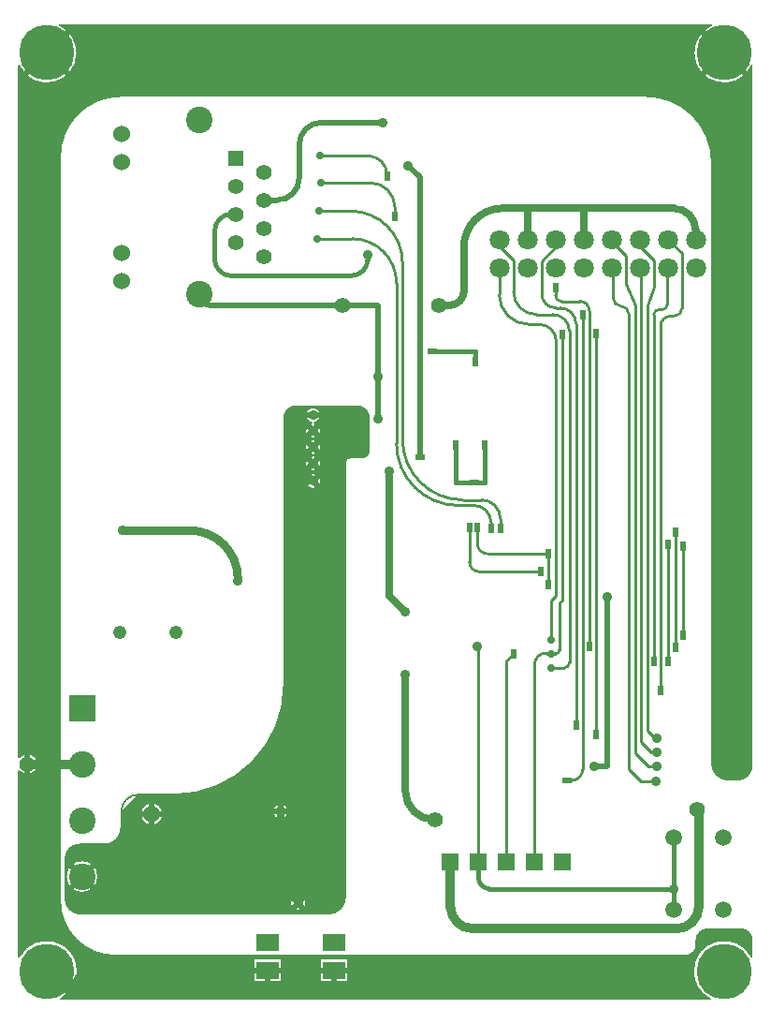
<source format=gbr>
G04 DesignSpark PCB Gerber Version 9.0 Build 5138 *
G04 #@! TF.Part,Single*
G04 #@! TF.FileFunction,Copper,L2,Bot *
G04 #@! TF.FilePolarity,Positive *
%FSLAX35Y35*%
%MOIN*%
G04 #@! TA.AperFunction,ViaPad*
%ADD28R,0.01890X0.03504*%
%ADD25R,0.02047X0.03504*%
G04 #@! TA.AperFunction,ComponentPad*
%ADD96R,0.05512X0.05512*%
%ADD103R,0.06000X0.06000*%
%ADD81R,0.09449X0.09449*%
G04 #@! TD.AperFunction*
%ADD10C,0.00500*%
%ADD16C,0.01000*%
%ADD23C,0.01500*%
%ADD17C,0.01969*%
%ADD21C,0.02126*%
%ADD22C,0.02500*%
G04 #@! TA.AperFunction,ViaPad*
%ADD29C,0.02795*%
G04 #@! TD.AperFunction*
%ADD70C,0.03150*%
%ADD71C,0.03346*%
G04 #@! TA.AperFunction,ViaPad*
%ADD20C,0.03543*%
G04 #@! TA.AperFunction,ComponentPad*
%ADD104C,0.04791*%
%ADD97C,0.05512*%
G04 #@! TA.AperFunction,ViaPad*
%ADD24C,0.05591*%
%ADD26R,0.03504X0.02047*%
G04 #@! TA.AperFunction,ComponentPad*
%ADD89C,0.05906*%
G04 #@! TA.AperFunction,WasherPad*
%ADD72C,0.06000*%
G04 #@! TA.AperFunction,ComponentPad*
%ADD98C,0.06024*%
%ADD88C,0.07087*%
%ADD82C,0.09449*%
G04 #@! TA.AperFunction,ViaPad*
%ADD27C,0.19685*%
G04 #@! TA.AperFunction,ComponentPad*
%ADD105R,0.08000X0.06000*%
X0Y0D02*
D02*
D10*
X4620Y84106D02*
Y17964D01*
G75*
G02X25555Y12848I9843J-5115*
G01*
G75*
G02X19578Y3006I-11093*
G01*
X250686*
G75*
G02X244709Y12848I5115J9843*
G01*
G75*
G02X265644Y17964I11093*
G01*
Y23872*
G75*
G03X261707Y27809I-3937*
G01*
X249896*
G75*
G03X245959Y23872J-3937*
G01*
Y22297*
G75*
G02X242022Y18360I-3937*
G01*
X38872*
G75*
G02X19187Y38045J19685*
G01*
Y302612*
G75*
G02X40841Y324266I21654*
G01*
X227848*
G75*
G02X251470Y300644J-23622*
G01*
Y86864*
G75*
G03X257376Y80959I5906*
G01*
X260526*
G75*
G03X265644Y86077J5118*
G01*
Y334983*
G75*
G02X244921Y339620I-9843J4637*
G01*
G75*
G02X251165Y349463I10880*
G01*
X19099*
G75*
G02X25343Y339620I-4637J-9843*
G01*
G75*
G02X4620Y334983I-10880*
G01*
Y88993*
G75*
G02X11406Y86549I2953J-2443*
G01*
G75*
G02X4620Y84106I-3833*
G01*
X88165Y17280D02*
X98240D01*
Y9205*
X88165*
Y17280*
X111787D02*
X121862D01*
Y9205*
X111787*
Y17280*
X25555Y12848D02*
G36*
G75*
G02X20033Y3256I-11093J1D01*
G01*
X250231*
G75*
G02X244709Y12848I5570J9593*
G01*
G75*
G02X244716Y13242I11098J-3*
G01*
X121862*
Y9205*
X111787*
Y13242*
X98240*
Y9205*
X88165*
Y13242*
X25548*
G75*
G02X25555Y12848I-11091J-396*
G01*
G37*
X4870Y83832D02*
G36*
Y18419D01*
G75*
G02X25548Y13242I9593J-5570*
G01*
X88165*
Y17280*
X98240*
Y13242*
X111787*
Y17280*
X121862*
Y13242*
X244716*
G75*
G02X265394Y18419I11085J-394*
G01*
Y25252*
G75*
G03X261707Y27809I-3687J-1381*
G01*
X249896*
G75*
G03X245959Y23872J-3937*
G01*
Y22297*
G75*
G02X242022Y18360I-3937*
G01*
X38872*
G75*
G02X19187Y38045J19685*
G01*
Y302612*
G75*
G02X40841Y324266I21654*
G01*
X227848*
G75*
G02X251470Y300644J-23622*
G01*
Y86864*
G75*
G03X257376Y80959I5906*
G01*
X260526*
G75*
G03X265394Y84497I0J5119*
G01*
Y334486*
G75*
G02X244921Y339620I-9593J5134*
G01*
G75*
G02X250667Y349213I10880*
G01*
X19596*
G75*
G02X25343Y339620I-5134J-9593*
G01*
G75*
G02X4870Y334486I-10880*
G01*
Y89267*
G75*
G02X11406Y86549I2703J-2717*
G01*
G75*
G02X4870Y83832I-3833*
G01*
G37*
X21156Y53006D02*
Y38636D01*
G75*
G03X26470Y33321I5315*
G01*
X114856*
G75*
G03X120762Y39226J5906*
G01*
Y193754*
G75*
G02X122730Y195722I1969*
G01*
X127258*
G75*
G03X129226Y197691J1969*
G01*
Y209896*
G75*
G03X125289Y213833I-3937*
G01*
X103045*
G75*
G03X99108Y209896J-3937*
G01*
Y115014*
G75*
G02X59738Y75644I-39370*
G01*
X46943*
G75*
G03X41037Y69738J-5906*
G01*
Y63833*
G75*
G02X35132Y57927I-5906*
G01*
X26077*
G75*
G03X21156Y53006J-4921*
G01*
X106535Y187258D02*
G75*
G02X112154I2809D01*
G01*
G75*
G02X106535I-2809*
G01*
Y193557D02*
G75*
G02X112154I2809D01*
G01*
G75*
G02X106535I-2809*
G01*
Y199266D02*
G75*
G02X112154I2809D01*
G01*
G75*
G02X106535I-2809*
G01*
Y210683D02*
G75*
G02X112154I2809D01*
G01*
G75*
G02X109888Y207927I-2809*
G01*
G75*
G02X112154Y205171I-544J-2756*
G01*
G75*
G02X106535I-2809*
G01*
G75*
G02X108801Y207927I2809*
G01*
G75*
G02X106535Y210683I544J2756*
G01*
X101220Y37061D02*
G75*
G02X106839I2809D01*
G01*
G75*
G02X101220I-2809*
G01*
X94921Y69738D02*
G75*
G02X100539I2809D01*
G01*
G75*
G02X94921I-2809*
G01*
X47827Y68754D02*
G75*
G02X55902I4037D01*
G01*
G75*
G02X47827I-4037*
G01*
X21299Y46549D02*
G75*
G02X32823I5762D01*
G01*
G75*
G02X21299I-5762*
G01*
X21406Y37061D02*
G36*
Y37025D01*
G75*
G03X24859Y33571I5065J1611*
G01*
X116556*
G75*
G03X120350Y37061I-1700J5656*
G01*
X106839*
G75*
G02X101220I-2809*
G01*
X21406*
G37*
Y45448D02*
G36*
Y37061D01*
X101220*
G75*
G02X106839I2809*
G01*
X120350*
G75*
G03X120762Y39226I-5494J2166*
G01*
Y46549*
X32823*
G75*
G02X21406Y45448I-5762*
G01*
G37*
Y54555D02*
G36*
Y47651D01*
G75*
G02X32823Y46549I5656J-1102*
G01*
X120762*
Y69738*
X100539*
G75*
G02X94921I-2809*
G01*
X55780*
G75*
G02X55902Y68754I-3916J-983*
G01*
G75*
G02X47827I-4037*
G01*
G75*
G02X47948Y69738I4037J1*
G01*
X41037*
Y63833*
G75*
G02X35132Y57927I-5906*
G01*
X26077*
G75*
G03X21406Y54555I0J-4921*
G01*
G37*
X46943Y75644D02*
G36*
G75*
G03X41037Y69738J-5906D01*
G01*
X47948*
G75*
G02X55780I3916J-984*
G01*
X94921*
G75*
G02X100539I2809*
G01*
X120762*
Y187258*
X112154*
G75*
G02X106535I-2809*
G01*
X99108*
Y115014*
Y115013*
G75*
G02X59738Y75644I-39370*
G01*
X46943*
G37*
X99108Y193557D02*
G36*
Y187258D01*
X106535*
G75*
G02X112154I2809*
G01*
X120762*
Y193557*
X112154*
G75*
G02X106535I-2809*
G01*
X99108*
G37*
Y199266D02*
G36*
Y193557D01*
X106535*
G75*
G02X112154I2809*
G01*
X120762*
Y193754*
G75*
G02X122730Y195722I1969*
G01*
X127258*
G75*
G03X128976Y196731J1969*
G01*
Y199266*
X112154*
G75*
G02X106535I-2809*
G01*
X99108*
G37*
Y207927D02*
G36*
Y199266D01*
X106535*
G75*
G02X112154I2809*
G01*
X128976*
Y207927*
X109888*
G75*
G02X112154Y205172I-543J-2756*
G01*
Y205171*
G75*
G02X106535I-2809*
G01*
Y205172*
G75*
G02X108801Y207927I2809*
G01*
X99108*
G37*
Y209896D02*
G36*
Y207927D01*
X108801*
G75*
G02X106535Y210683I543J2756*
G01*
Y210683*
G75*
G02X112154I2809*
G01*
Y210683*
G75*
G02X109888Y207927I-2809*
G01*
X128976*
Y211276*
G75*
G03X126670Y213583I-3687J-1381*
G01*
X101665*
G75*
G03X99108Y209896I1381J-3687*
G01*
G37*
D02*
D16*
X110900Y273478D02*
X123321D01*
G75*
G02X139069Y257730J-15748*
G01*
Y200644*
G75*
G03X161116Y178596I22047*
G01*
X166628*
G75*
G02X172730Y172494J-6102*
G01*
Y170526*
X111530Y283321D02*
X122730D01*
G75*
G02X141234Y264817J-18504*
G01*
Y202022*
G75*
G03X162691Y180565I21457*
G01*
X169384*
G75*
G02X176077Y173872J-6693*
G01*
Y170526*
X135722Y295722D02*
Y296116D01*
G75*
G03X128833Y303006I-6890*
G01*
X111707*
X138478Y281549D02*
Y284699D01*
G75*
G03X129817Y293360I-8661*
G01*
X112297*
X168321Y51628D02*
Y128006D01*
X167927Y128400*
X175683Y273045D02*
Y270722D01*
X180801Y265604*
Y254581*
G75*
G03X188872Y246510I8071*
G01*
X194778*
G75*
G02X200683Y240604J-5906*
G01*
Y122691*
G75*
G02X198715Y120722I-1969*
G01*
X194187*
X178321Y51628D02*
Y123360D01*
X180801Y125841*
X188321Y51628D02*
Y122100D01*
G75*
G02X192258Y126037I3937*
G01*
X192612*
X192809Y125841*
X194187*
X190447Y154974D02*
X168596D01*
G75*
G02X165053Y158518J3543*
G01*
Y170722*
X193203Y161470D02*
X171352D01*
G75*
G02X167907Y164915J3445*
G01*
Y170722*
X193203Y161470D02*
Y150250D01*
X194187Y125841D02*
X195762D01*
G75*
G03X197140Y127219J1378*
G01*
Y143754*
X198321Y144935*
Y239423*
X194187Y130742D02*
Y144738D01*
X195959Y146510*
Y237061*
G75*
G03X190053Y242967I-5906*
G01*
X186313*
G75*
G02X175683Y253596J10630*
G01*
Y263045*
X195683Y273045D02*
Y270722D01*
X190841Y265486*
Y253793*
G75*
G03X195762Y248872I4921*
G01*
X197337*
G75*
G02X203045Y243163J-5709*
G01*
Y100250*
X195762Y255959D02*
Y253203D01*
G75*
G03X197730Y251234I1969*
G01*
X204423*
G75*
G02X207770Y247888J-3346*
G01*
Y128400*
X199699Y80742D02*
X201470D01*
G75*
G03X205407Y84679J3937*
G01*
Y246510*
X210132Y97100D02*
Y239620D01*
X215683Y273045D02*
Y272455D01*
X220762Y267376*
Y257337*
X224108Y249659*
Y90407*
X228774Y85742*
X231785*
X225683Y273045D02*
Y270722D01*
X230801Y265801*
Y256352*
X228439Y249659*
Y98301*
X230998Y95742*
X231785*
X231589Y80565D02*
X226077D01*
X221746Y84896*
Y246904*
G75*
G03X219187Y249463I-2559*
G01*
G75*
G02X216234Y252415J2953*
G01*
Y263045*
X215683*
X231785Y90742D02*
X229876D01*
X226274Y94344*
Y263045*
X225683*
X235683D02*
X235526D01*
Y250053*
G75*
G02X233754Y248281I-1772*
G01*
X232573*
G75*
G03X230801Y246510J-1772*
G01*
Y123085*
X235919Y164620D02*
Y123085D01*
X236116Y273045D02*
X235683D01*
X236510Y272691D02*
X236116D01*
X240841Y268557*
Y248872*
G75*
G02X237888Y245919I-2953*
G01*
X236707*
G75*
G03X233163Y242376J-3543*
G01*
Y112848*
X238478Y169148D02*
Y128203D01*
X241234Y132533D02*
Y164226D01*
D02*
D17*
X7573Y84738D02*
Y81982D01*
Y88360D02*
Y91116D01*
X8199Y333356D02*
X6250Y331407D01*
X9384Y86549D02*
X12140D01*
X20726Y333356D02*
X22675Y331407D01*
X20726Y345884D02*
X22675Y347833D01*
X24417Y43905D02*
X22468Y41956D01*
X24417Y49194D02*
X22468Y51143D01*
X29706Y43905D02*
X31654Y41956D01*
X29706Y49194D02*
X31654Y51143D01*
X49848Y68754D02*
X47093D01*
X51864Y66738D02*
Y63982D01*
Y70770D02*
Y73526D01*
X53880Y68754D02*
X56636D01*
X90187Y13242D02*
X87431D01*
X93203Y11226D02*
Y8470D01*
X96219Y13242D02*
X98974D01*
X96943Y69738D02*
X94187D01*
X97730Y68951D02*
Y66195D01*
Y70526D02*
Y73281D01*
X98518Y69738D02*
X101274D01*
X103473Y36504D02*
X101524Y34556D01*
X103473Y37618D02*
X101524Y39567D01*
X104586Y36504D02*
X106535Y34556D01*
X104586Y37618D02*
X106535Y39567D01*
X108557Y210683D02*
X105801D01*
X108788Y187815D02*
X106839Y189763D01*
X108788Y188439D02*
X106839Y186490D01*
X108788Y193000D02*
X106839Y191052D01*
X108788Y194114D02*
X106839Y196063D01*
X108788Y198709D02*
X106839Y196760D01*
X108788Y199822D02*
X106839Y201771D01*
X108788Y204615D02*
X106839Y202666D01*
X108788Y205728D02*
X106839Y207677D01*
X109901Y186701D02*
X111850Y184752D01*
X109901Y187815D02*
X111850Y189763D01*
X109901Y193000D02*
X111850Y191052D01*
X109901Y194114D02*
X111850Y196063D01*
X109901Y198709D02*
X111850Y196760D01*
X109901Y199822D02*
X111850Y201771D01*
X109901Y204615D02*
X111850Y202666D01*
X109901Y205728D02*
X111850Y207677D01*
X110132Y210683D02*
X112888D01*
X113809Y13242D02*
X111053D01*
X116825Y11226D02*
Y8470D01*
X119841Y13242D02*
X122596D01*
X249537Y333356D02*
X247589Y331407D01*
X249537Y345884D02*
X247589Y347833D01*
X262065Y333356D02*
X264014Y331407D01*
D02*
D70*
X82573Y151825D02*
Y152553D01*
G75*
G03X65447Y169679I-17126*
G01*
X41628*
D02*
D71*
X27061Y86549D02*
X7573D01*
X158321Y51628D02*
Y35880D01*
G75*
G03X166195Y28006I7874*
G01*
X238872*
G75*
G03X246746Y35880J7874*
G01*
Y70526*
D02*
D20*
X41628Y169679D03*
X82573Y151825D03*
X97730Y69738D03*
X104030Y37061D03*
X109344Y187258D03*
Y193557D03*
Y199266D03*
Y205171D03*
Y210683D03*
X128833Y267770D03*
X132573Y209502D03*
Y224266D03*
X134148Y314817D03*
X136510Y190801D03*
X142219Y118360D03*
Y140801D03*
X143203Y299463D03*
X167927Y128400D03*
X209541Y85742D03*
X214266Y146116D03*
X231589Y80565D03*
X231785Y85742D03*
Y90742D03*
Y95742D03*
X237691Y42179D03*
D02*
D21*
X68990Y253793D02*
Y253400D01*
G75*
G03X72533Y249856I3543*
G01*
X119778*
X91982Y287199D02*
X96549D01*
G75*
G03X104423Y295073J7874*
G01*
Y306943*
G75*
G02X112297Y314817I7874*
G01*
X134148*
X132573Y209502D02*
Y224266D01*
Y249856*
X119778*
X147337Y195722D02*
Y295329D01*
X143203Y299463*
X214266Y146116D02*
X214069D01*
Y85880*
X209344*
Y85742*
X209541*
D02*
D22*
X97730Y69738D02*
Y53400D01*
X104030*
Y37061*
X142219Y140801D02*
X136510Y146510D01*
Y190801*
X152848Y66785D02*
X152455D01*
G75*
G02X142219Y77022J10236*
G01*
Y118360*
X154226Y249856D02*
X158163D01*
G75*
G03X163085Y254778J4921*
G01*
Y270526*
G75*
G02X176864Y284305I13780*
G01*
X185722*
Y273085*
X185683Y273045*
X205683D02*
Y284305D01*
X185722*
X245683Y273045D02*
Y276431D01*
G75*
G03X237809Y284305I-7874*
G01*
X205683*
D02*
D23*
X128833Y267770D02*
Y266195D01*
G75*
G02X122927Y260289I-5906*
G01*
X80211*
G75*
G02X74305Y266195J5906*
G01*
Y276293*
G75*
G02X80211Y282199I5906*
G01*
X81982*
X160230Y200053D02*
Y186864D01*
X166825*
X167022Y229581D02*
Y233321D01*
X151667*
X168321Y51628D02*
Y46116D01*
G75*
G03X172258Y42179I3937*
G01*
X237691*
X170467Y200053D02*
Y186864D01*
X166825*
X237691Y34699D02*
Y42179D01*
Y60289*
D02*
D24*
X7573Y86549D03*
X119778Y249856D03*
X152848Y66785D03*
X154226Y249856D03*
X246156Y70329D03*
D02*
D25*
X135722Y295722D03*
X138478Y281549D03*
X160230Y200053D03*
X167022Y229581D03*
X170467Y200053D03*
X172730Y170526D03*
X176077D03*
X180801Y125841D03*
X190447Y154974D03*
X193203Y150250D03*
Y161470D03*
X195762Y255959D03*
X198321Y239423D03*
X203045Y100250D03*
X205407Y246510D03*
X207770Y128400D03*
X210132Y97100D03*
Y239620D03*
X230801Y123085D03*
X233163Y112848D03*
X235919Y123085D03*
Y164620D03*
X238478Y128203D03*
Y169148D03*
X241234Y132533D03*
Y164226D03*
D02*
D26*
X147337Y195722D03*
X151667Y233321D03*
X166825Y186864D03*
X199699Y80742D03*
D02*
D27*
X14463Y12848D03*
Y339620D03*
X255801Y12848D03*
Y339620D03*
D02*
D28*
X165053Y170722D03*
X167907D03*
D02*
D29*
X110900Y273478D03*
X111530Y283321D03*
X111707Y303006D03*
X112297Y293360D03*
X194187Y120722D03*
Y125841D03*
Y130742D03*
D02*
D72*
X51864Y68754D03*
D02*
D81*
X27061Y106549D03*
D02*
D82*
Y46549D03*
Y66549D03*
Y86549D03*
X68990Y253793D03*
Y315604D03*
D02*
D88*
X175683Y263045D03*
Y273045D03*
X185683Y263045D03*
Y273045D03*
X195683Y263045D03*
Y273045D03*
X205683Y263045D03*
Y273045D03*
X215683Y263045D03*
Y273045D03*
X225683Y263045D03*
Y273045D03*
X235683Y263045D03*
Y273045D03*
X245683Y263045D03*
Y273045D03*
D02*
D89*
X237691Y34699D03*
Y60289D03*
X255407Y34699D03*
Y60289D03*
D02*
D96*
X81982Y302199D03*
D02*
D97*
Y272199D03*
Y282199D03*
Y292199D03*
X91982Y267199D03*
Y277199D03*
Y287199D03*
Y297199D03*
D02*
D98*
X40998Y258557D03*
Y268557D03*
Y300841D03*
Y310841D03*
D02*
D103*
X158321Y51628D03*
X168321D03*
X178321D03*
X188321D03*
X198321D03*
D02*
D104*
X40447Y133321D03*
X60447D03*
D02*
D105*
X93203Y13242D03*
Y23242D03*
X116825Y13242D03*
Y23242D03*
X0Y0D02*
M02*

</source>
